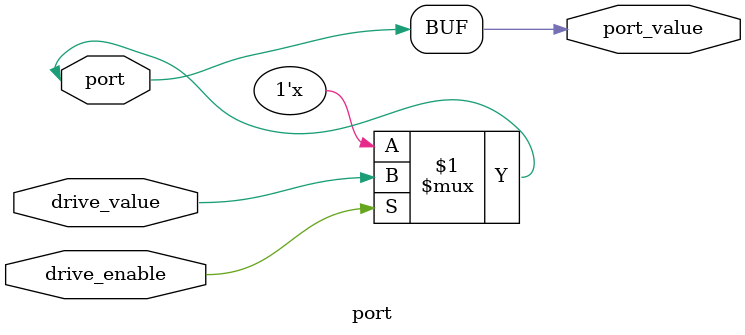
<source format=v>


`include "defs.v"

//-----------------------------------------------------------------
// Module - Port interface
//-----------------------------------------------------------------
module port
(
   input  wire           drive_enable ,          /* Port direction signal */
   input  wire           drive_value  ,          /* Port output value */
   output wire           port_value   ,          /* Port current value */

   inout  wire           port         ,          /* Port */
);

//-----------------------------------------------------------------
// Tri-state port interface
//-----------------------------------------------------------------
assign port       = drive_enable ? drive_value : 1'bz;
assign port_value = port;

endmodule
</source>
